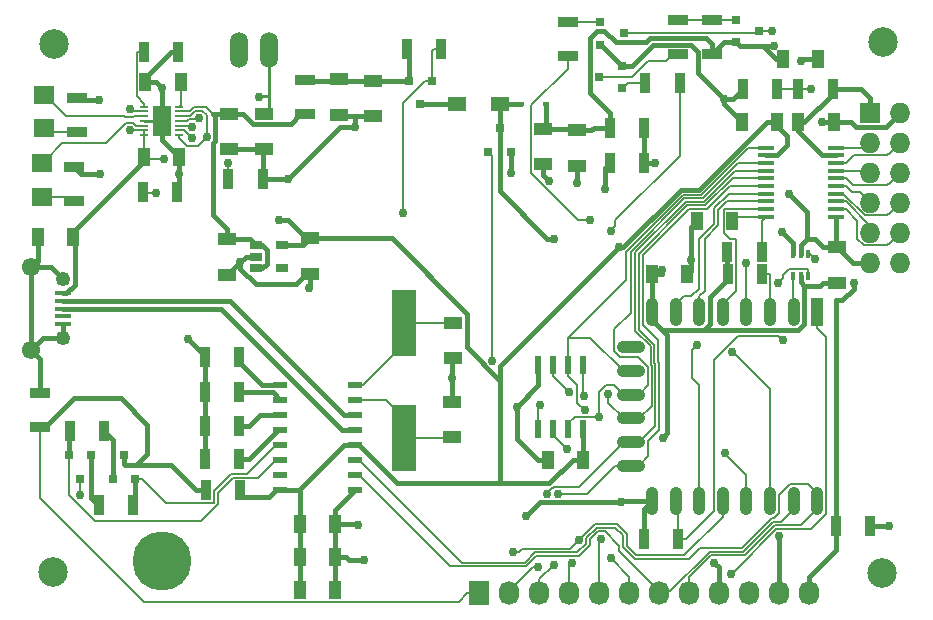
<source format=gtl>
G04 #@! TF.FileFunction,Copper,L1,Top,Signal*
%FSLAX46Y46*%
G04 Gerber Fmt 4.6, Leading zero omitted, Abs format (unit mm)*
G04 Created by KiCad (PCBNEW 4.0.4+e1-6308~48~ubuntu16.04.1-stable) date Fri Oct  7 16:46:28 2016*
%MOMM*%
%LPD*%
G01*
G04 APERTURE LIST*
%ADD10C,0.150000*%
%ADD11R,1.727200X2.032000*%
%ADD12O,1.727200X2.032000*%
%ADD13R,0.900000X1.700000*%
%ADD14C,2.500000*%
%ADD15R,1.143000X0.508000*%
%ADD16R,1.600000X1.000000*%
%ADD17O,1.506220X3.014980*%
%ADD18R,1.350000X0.400000*%
%ADD19C,1.250000*%
%ADD20C,1.550000*%
%ADD21R,0.600000X1.550000*%
%ADD22O,2.400000X1.100000*%
%ADD23R,1.100000X2.400000*%
%ADD24O,1.100000X2.400000*%
%ADD25R,0.590000X0.450000*%
%ADD26R,1.000000X1.600000*%
%ADD27R,1.600200X1.198880*%
%ADD28R,1.727200X1.727200*%
%ADD29O,1.727200X1.727200*%
%ADD30R,1.700000X0.900000*%
%ADD31R,2.100580X5.600700*%
%ADD32R,1.800860X1.597660*%
%ADD33R,0.800100X0.800100*%
%ADD34R,1.060000X0.650000*%
%ADD35R,0.700000X0.200000*%
%ADD36R,1.650000X2.500000*%
%ADD37R,0.398780X0.749300*%
%ADD38C,5.000000*%
%ADD39R,1.450000X0.450000*%
%ADD40C,0.762000*%
%ADD41C,0.152400*%
%ADD42C,0.381000*%
%ADD43C,0.254000*%
G04 APERTURE END LIST*
D10*
D11*
X89800000Y-85800000D03*
D12*
X92340000Y-85800000D03*
X94880000Y-85800000D03*
X97420000Y-85800000D03*
X99960000Y-85800000D03*
X102500000Y-85800000D03*
X105040000Y-85800000D03*
X107580000Y-85800000D03*
X110120000Y-85800000D03*
X112660000Y-85800000D03*
X115200000Y-85800000D03*
X117740000Y-85800000D03*
D13*
X103750000Y-81200000D03*
X106650000Y-81200000D03*
D14*
X124000000Y-39100000D03*
X123900000Y-84100000D03*
X53700000Y-84000000D03*
X53800000Y-39300000D03*
D15*
X72925000Y-77045000D03*
X72925000Y-74505000D03*
X72925000Y-73235000D03*
X72925000Y-71965000D03*
X72925000Y-70695000D03*
X72925000Y-69425000D03*
X72925000Y-68155000D03*
X79275000Y-68155000D03*
X79275000Y-69425000D03*
X79275000Y-70695000D03*
X79275000Y-71965000D03*
X79275000Y-73235000D03*
X79275000Y-74505000D03*
X79275000Y-75775000D03*
X79275000Y-77045000D03*
X72925000Y-75775000D03*
D13*
X66550000Y-68800000D03*
X69450000Y-68800000D03*
D16*
X68450000Y-55850000D03*
X68450000Y-58850000D03*
D17*
X71970000Y-39800000D03*
X69430000Y-39800000D03*
D18*
X54562540Y-60399100D03*
X54562540Y-61049100D03*
X54562540Y-61699100D03*
X54562540Y-62349100D03*
X54562540Y-62999100D03*
D19*
X54562540Y-59199100D03*
X54562540Y-64199100D03*
D20*
X51862540Y-58199100D03*
X51862540Y-65199100D03*
D21*
X98605000Y-66500000D03*
X97335000Y-66500000D03*
X96065000Y-66500000D03*
X94795000Y-66500000D03*
X94795000Y-71900000D03*
X96065000Y-71900000D03*
X97335000Y-71900000D03*
X98605000Y-71900000D03*
D22*
X102650000Y-64990000D03*
X102650000Y-66990000D03*
X102650000Y-68990000D03*
X102650000Y-70990000D03*
X102650000Y-72990000D03*
X102650000Y-74990000D03*
D23*
X118400000Y-62000000D03*
D24*
X116400000Y-62000000D03*
X114400000Y-62000000D03*
X112400000Y-62000000D03*
X110400000Y-62000000D03*
X108400000Y-62000000D03*
X106400000Y-62000000D03*
X104400000Y-62000000D03*
X104400000Y-78000000D03*
X106400000Y-78000000D03*
X108400000Y-78000000D03*
X110400000Y-78000000D03*
X112400000Y-78000000D03*
X114400000Y-78000000D03*
X116400000Y-78000000D03*
X118400000Y-78000000D03*
D25*
X95455000Y-44400000D03*
X93345000Y-44400000D03*
D16*
X75450000Y-55750000D03*
X75450000Y-58750000D03*
D26*
X74600000Y-79900000D03*
X77600000Y-79900000D03*
X104400000Y-58800000D03*
X107400000Y-58800000D03*
X95600000Y-74500000D03*
X98600000Y-74500000D03*
X112000000Y-45900000D03*
X115000000Y-45900000D03*
X55400000Y-55600000D03*
X52400000Y-55600000D03*
D16*
X80800000Y-42400000D03*
X80800000Y-45400000D03*
D26*
X74600000Y-82700000D03*
X77600000Y-82700000D03*
X74600000Y-85500000D03*
X77600000Y-85500000D03*
D16*
X98100000Y-46600000D03*
X98100000Y-49600000D03*
X120100000Y-59500000D03*
X120100000Y-56500000D03*
X77900000Y-42300000D03*
X77900000Y-45300000D03*
X87500000Y-72600000D03*
X87500000Y-69600000D03*
X87600000Y-62900000D03*
X87600000Y-65900000D03*
X95200000Y-46500000D03*
X95200000Y-49500000D03*
D27*
X87899140Y-44400000D03*
X91500860Y-44400000D03*
D28*
X122900000Y-45100000D03*
D29*
X125440000Y-45100000D03*
X122900000Y-47640000D03*
X125440000Y-47640000D03*
X122900000Y-50180000D03*
X125440000Y-50180000D03*
X122900000Y-52720000D03*
X125440000Y-52720000D03*
X122900000Y-55260000D03*
X125440000Y-55260000D03*
X122900000Y-57800000D03*
X125440000Y-57800000D03*
D13*
X69550000Y-77100000D03*
X66650000Y-77100000D03*
X110850000Y-58800000D03*
X113750000Y-58800000D03*
D30*
X75000000Y-45250000D03*
X75000000Y-42350000D03*
D13*
X86550000Y-39700000D03*
X83650000Y-39700000D03*
X66550000Y-74400000D03*
X69450000Y-74400000D03*
X100850000Y-46400000D03*
X103750000Y-46400000D03*
X103750000Y-49400000D03*
X100850000Y-49400000D03*
X66550000Y-71600000D03*
X69450000Y-71600000D03*
X103850000Y-42600000D03*
X106750000Y-42600000D03*
D30*
X106600000Y-37250000D03*
X106600000Y-40150000D03*
X97300000Y-37450000D03*
X97300000Y-40350000D03*
X109500000Y-40150000D03*
X109500000Y-37250000D03*
D13*
X112100000Y-43100000D03*
X115000000Y-43100000D03*
X116800000Y-43100000D03*
X119700000Y-43100000D03*
X66550000Y-65800000D03*
X69450000Y-65800000D03*
X58050000Y-72100000D03*
X55150000Y-72100000D03*
X57550000Y-78300000D03*
X60450000Y-78300000D03*
D31*
X83400000Y-72648860D03*
X83400000Y-62951140D03*
D26*
X116800000Y-45900000D03*
X119800000Y-45900000D03*
X61400000Y-48900000D03*
X64400000Y-48900000D03*
X64500000Y-42500000D03*
X61500000Y-42500000D03*
D16*
X68600000Y-45200000D03*
X68600000Y-48200000D03*
X71600000Y-45200000D03*
X71600000Y-48200000D03*
D32*
X52900000Y-46419860D03*
X52900000Y-43580140D03*
X52800000Y-52219860D03*
X52800000Y-49380140D03*
D33*
X101900760Y-43050000D03*
X101900760Y-41150000D03*
X99901780Y-42100000D03*
X111499240Y-37250000D03*
X111499240Y-39150000D03*
X113498220Y-38200000D03*
X99999240Y-37450000D03*
X99999240Y-39350000D03*
X101998220Y-38400000D03*
X85750000Y-42399240D03*
X83850000Y-42399240D03*
X84800000Y-44398220D03*
X90550000Y-48400760D03*
X92450000Y-48400760D03*
X91500000Y-46401780D03*
X58750000Y-76100760D03*
X60650000Y-76100760D03*
X59700000Y-74101780D03*
X56950000Y-74099240D03*
X55050000Y-74099240D03*
X56000000Y-76098220D03*
D13*
X61400000Y-40000000D03*
X64300000Y-40000000D03*
X61300000Y-51800000D03*
X64200000Y-51800000D03*
X68550000Y-50700000D03*
X71450000Y-50700000D03*
D30*
X55700000Y-43850000D03*
X55700000Y-46750000D03*
X55500000Y-49700000D03*
X55500000Y-52600000D03*
D13*
X119950000Y-80100000D03*
X122850000Y-80100000D03*
D34*
X70900000Y-56350000D03*
X70900000Y-57300000D03*
X70900000Y-58250000D03*
X73100000Y-58250000D03*
X73100000Y-56350000D03*
D35*
X61400000Y-44600000D03*
X61400000Y-45000000D03*
X61400000Y-45400000D03*
X61400000Y-45800000D03*
X61400000Y-46200000D03*
X61400000Y-46600000D03*
X61400000Y-47000000D03*
X64400000Y-47000000D03*
X64400000Y-46600000D03*
X64400000Y-46200000D03*
X64400000Y-45800000D03*
X64400000Y-45400000D03*
X64400000Y-45000000D03*
X64400000Y-44600000D03*
D36*
X62900000Y-45800000D03*
D37*
X117650240Y-57050040D03*
X117000000Y-57050040D03*
X116349760Y-57050040D03*
X116349760Y-58949960D03*
X117000000Y-58949960D03*
X117650240Y-58949960D03*
D30*
X52600000Y-68850000D03*
X52600000Y-71750000D03*
D38*
X62900000Y-83100000D03*
D26*
X111200000Y-54300000D03*
X108200000Y-54300000D03*
D13*
X110800000Y-56900000D03*
X113700000Y-56900000D03*
D39*
X114050000Y-48075000D03*
X114050000Y-48725000D03*
X114050000Y-49375000D03*
X114050000Y-50025000D03*
X114050000Y-50675000D03*
X114050000Y-51325000D03*
X114050000Y-51975000D03*
X114050000Y-52625000D03*
X114050000Y-53275000D03*
X114050000Y-53925000D03*
X119950000Y-53925000D03*
X119950000Y-53275000D03*
X119950000Y-52625000D03*
X119950000Y-51975000D03*
X119950000Y-51325000D03*
X119950000Y-50675000D03*
X119950000Y-50025000D03*
X119950000Y-49375000D03*
X119950000Y-48725000D03*
X119950000Y-48075000D03*
D26*
X115500000Y-40600000D03*
X118500000Y-40600000D03*
D40*
X105321853Y-72617722D03*
X105291211Y-58396818D03*
X72800000Y-54200006D03*
X101599976Y-56500000D03*
X109700000Y-83200000D03*
X57600000Y-44000000D03*
X57700000Y-50300000D03*
X116000000Y-52000000D03*
X93700000Y-79300000D03*
X93000000Y-70000000D03*
X93000000Y-70000000D03*
X124500000Y-80100000D03*
X100459558Y-51534766D03*
X98100000Y-51100000D03*
X95693675Y-50874675D03*
X92450000Y-50250000D03*
X79300000Y-46300000D03*
X118800000Y-45900000D03*
X117000000Y-40700000D03*
X107723450Y-57627188D03*
X101800004Y-78100000D03*
X62900000Y-43019000D03*
X64400000Y-50322480D03*
X110475898Y-43956898D03*
X80000000Y-83000000D03*
X79500000Y-80000000D03*
X87500000Y-67546756D03*
X65100000Y-64300000D03*
X75400000Y-60000000D03*
X69529063Y-57770937D03*
X73600000Y-50700000D03*
X114700000Y-39500000D03*
X121500000Y-59500000D03*
X100900000Y-55100000D03*
X108200000Y-64800000D03*
X98686009Y-69120077D03*
X98235658Y-81300000D03*
X92600000Y-82300000D03*
X56000000Y-77500000D03*
X111220960Y-65341160D03*
X99200000Y-54226485D03*
X115400000Y-55200000D03*
X104626414Y-49372935D03*
X117900000Y-43100000D03*
X118200000Y-57500000D03*
X115200000Y-80977740D03*
X96100000Y-55800000D03*
X98700000Y-70286773D03*
X100900000Y-82800000D03*
X97390390Y-68784814D03*
X100700000Y-68900000D03*
X97595109Y-83252649D03*
X100131058Y-81168938D03*
X99900000Y-70900000D03*
X95490380Y-77376090D03*
X94900000Y-69900000D03*
X94783210Y-83619238D03*
X111099996Y-84200000D03*
X83300000Y-53600000D03*
X112400000Y-57800000D03*
X110561551Y-73954750D03*
X90900000Y-66100000D03*
X114600000Y-38200000D03*
X66719221Y-47179836D03*
X71100000Y-43800000D03*
X60199992Y-44800000D03*
X60200000Y-46600000D03*
X63100000Y-49000000D03*
X65500000Y-47300000D03*
X65495076Y-46285602D03*
X62400000Y-51900000D03*
X66036383Y-45548625D03*
X68500000Y-49400000D03*
X96425845Y-77376090D03*
X97253991Y-73600000D03*
X96100000Y-83400000D03*
X115100000Y-59500000D03*
X115500000Y-64400000D03*
D41*
X66682956Y-44634214D02*
X67248742Y-45200000D01*
X65251732Y-45000000D02*
X65617518Y-44634214D01*
D42*
X67248742Y-53767742D02*
X68450000Y-54969000D01*
X67443122Y-47527309D02*
X67248742Y-47721689D01*
X67443122Y-45394380D02*
X67443122Y-47527309D01*
D41*
X64400000Y-45000000D02*
X65251732Y-45000000D01*
D42*
X67248742Y-47721689D02*
X67248742Y-53767742D01*
X67248742Y-45200000D02*
X67443122Y-45394380D01*
D41*
X65617518Y-44634214D02*
X66682956Y-44634214D01*
D42*
X68450000Y-54969000D02*
X68450000Y-55850000D01*
D43*
X67238742Y-45190000D02*
X67248742Y-45200000D01*
D42*
X70900000Y-56350000D02*
X71422222Y-56350000D01*
X71422222Y-56350000D02*
X71772901Y-56700679D01*
X71772901Y-56700679D02*
X71772901Y-57899321D01*
X71772901Y-57899321D02*
X71422222Y-58250000D01*
X71422222Y-58250000D02*
X70900000Y-58250000D01*
X68450000Y-55850000D02*
X70400000Y-55850000D01*
X70400000Y-55850000D02*
X70900000Y-56350000D01*
X67248742Y-45200000D02*
X68600000Y-45200000D01*
X75000000Y-45250000D02*
X74600000Y-45250000D01*
X74600000Y-45250000D02*
X73807099Y-46042901D01*
X73807099Y-46042901D02*
X70623901Y-46042901D01*
X70623901Y-46042901D02*
X69781000Y-45200000D01*
X69781000Y-45200000D02*
X68600000Y-45200000D01*
D41*
X102942895Y-82909619D02*
X101946389Y-81913113D01*
X114697409Y-79453711D02*
X114528620Y-79453712D01*
X101946389Y-81913113D02*
X101946389Y-80901714D01*
X115178610Y-78972510D02*
X114697409Y-79453711D01*
X108442833Y-81980781D02*
X107513995Y-82909619D01*
X79592500Y-74505000D02*
X79275000Y-74505000D01*
X112001551Y-81980781D02*
X108442833Y-81980781D01*
X99712198Y-80254525D02*
X98845259Y-81121464D01*
X101946389Y-80901714D02*
X101299200Y-80254525D01*
X116077490Y-76571390D02*
X115178610Y-77470270D01*
X118400000Y-78000000D02*
X118400000Y-77350000D01*
X93631065Y-83200000D02*
X88287500Y-83200000D01*
X107513995Y-82909619D02*
X102942895Y-82909619D01*
X101299200Y-80254525D02*
X99712198Y-80254525D01*
X88287500Y-83200000D02*
X79592500Y-74505000D01*
X98099647Y-82338221D02*
X94492844Y-82338221D01*
X117621390Y-76571390D02*
X116077490Y-76571390D01*
X94492844Y-82338221D02*
X93631065Y-83200000D01*
X114528620Y-79453712D02*
X112001551Y-81980781D01*
X118400000Y-77350000D02*
X117621390Y-76571390D01*
X98845259Y-81592609D02*
X98099647Y-82338221D01*
X98845259Y-81121464D02*
X98845259Y-81592609D01*
X115178610Y-77470270D02*
X115178610Y-78972510D01*
X109407391Y-82590399D02*
X107580000Y-84417790D01*
X112254065Y-82590399D02*
X109407391Y-82590399D01*
X116986670Y-80063330D02*
X114781134Y-80063330D01*
X118400000Y-78650000D02*
X116986670Y-80063330D01*
X118400000Y-78000000D02*
X118400000Y-78650000D01*
X114781134Y-80063330D02*
X112254065Y-82590399D01*
X107580000Y-84631600D02*
X107580000Y-85800000D01*
X107580000Y-84417790D02*
X107580000Y-84631600D01*
X99150070Y-81247720D02*
X99150070Y-81718865D01*
X101641578Y-81777246D02*
X100423668Y-80559336D01*
X93757322Y-83504811D02*
X87322310Y-83504810D01*
X105040000Y-85647600D02*
X101641578Y-82249178D01*
X98225903Y-82643032D02*
X94619100Y-82643032D01*
X94619100Y-82643032D02*
X93757322Y-83504811D01*
X79592500Y-75775000D02*
X79275000Y-75775000D01*
X87322310Y-83504810D02*
X79592500Y-75775000D01*
X101641578Y-82249178D02*
X101641578Y-81777246D01*
X100423668Y-80559336D02*
X99838454Y-80559336D01*
X99150070Y-81718865D02*
X98225903Y-82643032D01*
X99838454Y-80559336D02*
X99150070Y-81247720D01*
X105919124Y-85647600D02*
X105040000Y-85647600D01*
X114654877Y-79758521D02*
X112127808Y-82285590D01*
X116400000Y-78650000D02*
X115291479Y-79758521D01*
X115291479Y-79758521D02*
X114654877Y-79758521D01*
X109281134Y-82285590D02*
X105919124Y-85647600D01*
X112127808Y-82285590D02*
X109281134Y-82285590D01*
X116400000Y-78000000D02*
X116400000Y-78650000D01*
X105040000Y-85647600D02*
X105040000Y-85800000D01*
D42*
X98600000Y-74500000D02*
X97719000Y-74500000D01*
X95719000Y-76500000D02*
X91361189Y-76500000D01*
X97719000Y-74500000D02*
X95719000Y-76500000D01*
X117292910Y-59783892D02*
X117292910Y-63019855D01*
X109635622Y-63542910D02*
X109573601Y-63480889D01*
X117292910Y-63019855D02*
X116769855Y-63542910D01*
X116769855Y-63542910D02*
X109635622Y-63542910D01*
X108831876Y-63480889D02*
X108769855Y-63542910D01*
X109573601Y-63480889D02*
X108831876Y-63480889D01*
X101971540Y-56500000D02*
X101599976Y-56500000D01*
X114119000Y-45900000D02*
X108385955Y-51633045D01*
X115000000Y-45900000D02*
X114119000Y-45900000D01*
X108385955Y-51633045D02*
X106838494Y-51633045D01*
X106838494Y-51633045D02*
X101971540Y-56500000D01*
X114050000Y-48725000D02*
X114967222Y-48725000D01*
X114967222Y-48725000D02*
X115881000Y-47811222D01*
X115881000Y-47811222D02*
X115881000Y-47081000D01*
X115881000Y-47081000D02*
X115000000Y-46200000D01*
X115000000Y-46200000D02*
X115000000Y-45900000D01*
X110800000Y-56900000D02*
X110800000Y-58750000D01*
X110800000Y-58750000D02*
X110850000Y-58800000D01*
X110750000Y-58700000D02*
X110850000Y-58800000D01*
X105702852Y-63952852D02*
X105702852Y-72236723D01*
X105702852Y-72236723D02*
X105321853Y-72617722D01*
X105200000Y-63450000D02*
X105702852Y-63952852D01*
X105291211Y-58789789D02*
X105291211Y-58396818D01*
X104400000Y-58800000D02*
X105281000Y-58800000D01*
X105281000Y-58800000D02*
X105291211Y-58789789D01*
X73338815Y-54200006D02*
X72800000Y-54200006D01*
X73600006Y-54200006D02*
X73338815Y-54200006D01*
X75150000Y-55750000D02*
X73600006Y-54200006D01*
X75450000Y-55750000D02*
X75150000Y-55750000D01*
X91557049Y-67802498D02*
X91557049Y-66542927D01*
X101218977Y-56880999D02*
X101599976Y-56500000D01*
X91557049Y-66542927D02*
X101218977Y-56880999D01*
X91557049Y-76304140D02*
X91557049Y-67802498D01*
X88742901Y-62125679D02*
X82367222Y-55750000D01*
X91557049Y-67802498D02*
X88742901Y-64988350D01*
X76631000Y-55750000D02*
X75450000Y-55750000D01*
X88742901Y-64988350D02*
X88742901Y-62125679D01*
X82367222Y-55750000D02*
X76631000Y-55750000D01*
X82857500Y-76500000D02*
X91361189Y-76500000D01*
X91361189Y-76500000D02*
X91557049Y-76304140D01*
X79592500Y-73235000D02*
X82857500Y-76500000D01*
X110120000Y-83620000D02*
X109700000Y-83200000D01*
X110120000Y-85800000D02*
X110120000Y-83620000D01*
X71972500Y-77680000D02*
X72607500Y-77045000D01*
X72607500Y-77045000D02*
X72925000Y-77045000D01*
X69730000Y-77680000D02*
X71972500Y-77680000D01*
X69550000Y-77500000D02*
X69730000Y-77680000D01*
X69550000Y-77100000D02*
X69550000Y-77500000D01*
X74600000Y-85500000D02*
X74600000Y-82700000D01*
X74512500Y-77045000D02*
X74600000Y-77132500D01*
X74600000Y-77132500D02*
X74600000Y-82700000D01*
X74600000Y-77132500D02*
X74600000Y-79900000D01*
X79275000Y-73235000D02*
X78322500Y-73235000D01*
X78322500Y-73235000D02*
X74512500Y-77045000D01*
X74512500Y-77045000D02*
X73877500Y-77045000D01*
X73877500Y-77045000D02*
X72925000Y-77045000D01*
X79592500Y-73235000D02*
X79275000Y-73235000D01*
X57600000Y-44000000D02*
X55850000Y-44000000D01*
X55850000Y-44000000D02*
X55700000Y-43850000D01*
X57700000Y-50300000D02*
X56100000Y-50300000D01*
X56100000Y-50300000D02*
X55500000Y-49700000D01*
X73100000Y-56350000D02*
X74850000Y-56350000D01*
X74850000Y-56350000D02*
X75450000Y-55750000D01*
X117292910Y-59783892D02*
X118635108Y-59783892D01*
X118635108Y-59783892D02*
X118919000Y-59500000D01*
X118919000Y-59500000D02*
X120100000Y-59500000D01*
X117000000Y-58949960D02*
X117000000Y-59490982D01*
X117000000Y-59490982D02*
X117292910Y-59783892D01*
X105200000Y-63450000D02*
X105292910Y-63542910D01*
X105292910Y-63542910D02*
X108769855Y-63542910D01*
X108769855Y-63542910D02*
X109292910Y-63019855D01*
X109292910Y-60757090D02*
X110850000Y-59200000D01*
X109292910Y-63019855D02*
X109292910Y-60757090D01*
X110850000Y-59200000D02*
X110850000Y-58800000D01*
X98600000Y-74500000D02*
X98600000Y-71905000D01*
X98600000Y-71905000D02*
X98605000Y-71900000D01*
X104400000Y-62650000D02*
X105200000Y-63450000D01*
X104400000Y-62000000D02*
X104400000Y-62650000D01*
X104400000Y-62000000D02*
X104400000Y-58800000D01*
X117502123Y-55792267D02*
X117502123Y-53502123D01*
X117502123Y-53502123D02*
X116000000Y-52000000D01*
X94900000Y-78100000D02*
X93700000Y-79300000D01*
X101800004Y-78100000D02*
X94900000Y-78100000D01*
X93000000Y-70000000D02*
X93000000Y-72781000D01*
X93000000Y-72781000D02*
X94719000Y-74500000D01*
X94719000Y-74500000D02*
X95600000Y-74500000D01*
X94795000Y-66500000D02*
X94795000Y-68205000D01*
X94795000Y-68205000D02*
X93000000Y-70000000D01*
X122850000Y-80100000D02*
X124500000Y-80100000D01*
X108200000Y-54300000D02*
X107723450Y-54776550D01*
X107723450Y-54776550D02*
X107723450Y-57627188D01*
X79300000Y-46300000D02*
X78000000Y-46300000D01*
X78000000Y-46300000D02*
X73600000Y-50700000D01*
X79300000Y-45400000D02*
X78000000Y-45400000D01*
X80800000Y-45400000D02*
X79300000Y-45400000D01*
X79300000Y-45400000D02*
X79300000Y-46300000D01*
X78000000Y-45400000D02*
X77900000Y-45300000D01*
X110475898Y-43956898D02*
X110475898Y-44375898D01*
X110475898Y-44375898D02*
X112000000Y-45900000D01*
X110475898Y-43956898D02*
X111243102Y-43956898D01*
X111243102Y-43956898D02*
X112100000Y-43100000D01*
X119800000Y-45900000D02*
X118800000Y-45900000D01*
X121674499Y-46306501D02*
X121267998Y-45900000D01*
X121267998Y-45900000D02*
X119800000Y-45900000D01*
X119950000Y-53925000D02*
X119950000Y-56350000D01*
X119950000Y-56350000D02*
X120100000Y-56500000D01*
X118500000Y-40600000D02*
X117100000Y-40600000D01*
X117100000Y-40600000D02*
X117000000Y-40700000D01*
X107723450Y-58476550D02*
X107723450Y-58166003D01*
X107723450Y-58166003D02*
X107723450Y-57627188D01*
X107400000Y-58800000D02*
X107723450Y-58476550D01*
X117502123Y-55792267D02*
X118082733Y-55792267D01*
X118211267Y-55792267D02*
X117502123Y-55792267D01*
X117502123Y-55792267D02*
X117000000Y-56294390D01*
X117000000Y-56294390D02*
X117000000Y-57050040D01*
X117000000Y-57050040D02*
X117023901Y-57026139D01*
X104400000Y-78000000D02*
X101900004Y-78000000D01*
X101900004Y-78000000D02*
X101800004Y-78100000D01*
X64400000Y-50322480D02*
X64400000Y-51600000D01*
X64400000Y-48900000D02*
X64400000Y-50322480D01*
X108307099Y-41788099D02*
X110475898Y-43956898D01*
X108307099Y-39939877D02*
X108307099Y-41788099D01*
X101900760Y-41150000D02*
X102681810Y-41150000D01*
X102681810Y-41150000D02*
X104474711Y-39357099D01*
X104474711Y-39357099D02*
X107724321Y-39357099D01*
X107724321Y-39357099D02*
X108307099Y-39939877D01*
X71450000Y-50700000D02*
X71450000Y-48350000D01*
X71450000Y-48350000D02*
X71600000Y-48200000D01*
X78781000Y-83000000D02*
X80000000Y-83000000D01*
X77600000Y-82700000D02*
X78481000Y-82700000D01*
X78481000Y-82700000D02*
X78781000Y-83000000D01*
X77600000Y-79900000D02*
X79400000Y-79900000D01*
X79400000Y-79900000D02*
X79500000Y-80000000D01*
X87500000Y-67546756D02*
X87500000Y-66000000D01*
X87500000Y-69600000D02*
X87500000Y-67546756D01*
X87500000Y-66000000D02*
X87600000Y-65900000D01*
X66550000Y-71600000D02*
X66550000Y-65750000D01*
X66550000Y-65750000D02*
X65100000Y-64300000D01*
X66550000Y-71600000D02*
X66550000Y-65800000D01*
X66550000Y-71600000D02*
X66550000Y-68800000D01*
X66550000Y-74400000D02*
X66550000Y-71600000D01*
X77600000Y-79900000D02*
X77600000Y-78720000D01*
X77600000Y-78720000D02*
X79275000Y-77045000D01*
X77600000Y-82700000D02*
X77600000Y-79900000D01*
X77600000Y-85500000D02*
X77600000Y-82700000D01*
X52600000Y-68850000D02*
X52600000Y-65936560D01*
X52600000Y-65936560D02*
X51862540Y-65199100D01*
X54562540Y-64199100D02*
X52862540Y-64199100D01*
X52862540Y-64199100D02*
X51862540Y-65199100D01*
X54562540Y-64199100D02*
X54562540Y-62999100D01*
X51862540Y-58199100D02*
X51862540Y-65199100D01*
X51862540Y-58199100D02*
X53562540Y-58199100D01*
X53562540Y-58199100D02*
X54562540Y-59199100D01*
X52400000Y-55600000D02*
X52400000Y-57661640D01*
X52400000Y-57661640D02*
X51862540Y-58199100D01*
D43*
X61400000Y-45800000D02*
X62900000Y-45800000D01*
D42*
X61500000Y-42500000D02*
X61500000Y-42200000D01*
X63700000Y-40000000D02*
X64300000Y-40000000D01*
X61500000Y-42200000D02*
X63700000Y-40000000D01*
X64400000Y-51600000D02*
X64200000Y-51800000D01*
X62900000Y-45800000D02*
X62900000Y-43019000D01*
X62900000Y-43019000D02*
X62381000Y-42500000D01*
X62381000Y-42500000D02*
X61500000Y-42500000D01*
X62900000Y-45800000D02*
X62900000Y-47400000D01*
X62900000Y-47400000D02*
X64400000Y-48900000D01*
X75450000Y-58750000D02*
X75450000Y-59950000D01*
X75450000Y-59950000D02*
X75400000Y-60000000D01*
X69529063Y-57770937D02*
X69529063Y-58309752D01*
X69529063Y-58309752D02*
X70850311Y-59631000D01*
X70850311Y-59631000D02*
X74269000Y-59631000D01*
X74269000Y-59631000D02*
X75150000Y-58750000D01*
X75150000Y-58750000D02*
X75450000Y-58750000D01*
X69529063Y-57770937D02*
X70000000Y-57300000D01*
X68450000Y-58850000D02*
X69529063Y-57770937D01*
X70000000Y-57300000D02*
X70900000Y-57300000D01*
X71450000Y-50700000D02*
X73600000Y-50700000D01*
X71450000Y-50300000D02*
X71450000Y-50700000D01*
X71600000Y-48200000D02*
X68600000Y-48200000D01*
X71700000Y-48100000D02*
X71600000Y-48200000D01*
X99999240Y-39350000D02*
X100100760Y-39350000D01*
X100100760Y-39350000D02*
X101900760Y-41150000D01*
X103750000Y-81200000D02*
X103750000Y-78650000D01*
X103750000Y-78650000D02*
X104400000Y-78000000D01*
X120100000Y-56500000D02*
X121400000Y-57800000D01*
X121400000Y-57800000D02*
X122900000Y-57800000D01*
X125440000Y-45100000D02*
X124233499Y-46306501D01*
X124233499Y-46306501D02*
X121674499Y-46306501D01*
X118211267Y-55792267D02*
X118919000Y-56500000D01*
X118919000Y-56500000D02*
X120100000Y-56500000D01*
X95693675Y-50874675D02*
X95725325Y-50874675D01*
X95200000Y-50381000D02*
X95693675Y-50874675D01*
X95200000Y-49500000D02*
X95200000Y-50381000D01*
X80800000Y-45501520D02*
X80800000Y-45400000D01*
X77900000Y-45300000D02*
X78200000Y-45300000D01*
X100459558Y-50995951D02*
X100459558Y-51534766D01*
X100459558Y-49790442D02*
X100459558Y-50995951D01*
X100850000Y-49400000D02*
X100459558Y-49790442D01*
X92450000Y-48400760D02*
X92450000Y-50250000D01*
X92450000Y-50250000D02*
X92400000Y-50300000D01*
X98100000Y-49600000D02*
X98100000Y-51100000D01*
X119700000Y-43100000D02*
X119700000Y-43500000D01*
X119700000Y-43500000D02*
X117300000Y-45900000D01*
X117300000Y-45900000D02*
X116800000Y-45900000D01*
X122900000Y-45100000D02*
X122900000Y-43855400D01*
X122900000Y-43855400D02*
X122144600Y-43100000D01*
X122144600Y-43100000D02*
X120531000Y-43100000D01*
X120531000Y-43100000D02*
X119700000Y-43100000D01*
X119950000Y-48725000D02*
X118844000Y-48725000D01*
X116800000Y-46681000D02*
X116800000Y-45900000D01*
X118844000Y-48725000D02*
X116800000Y-46681000D01*
X122600000Y-44800000D02*
X122900000Y-45100000D01*
X78322500Y-70695000D02*
X79275000Y-70695000D01*
X68676600Y-61049100D02*
X78322500Y-70695000D01*
X54562540Y-61049100D02*
X68676600Y-61049100D01*
X54562540Y-61699100D02*
X67911822Y-61699100D01*
X67911822Y-61699100D02*
X78177722Y-71965000D01*
X78177722Y-71965000D02*
X78322500Y-71965000D01*
X78322500Y-71965000D02*
X79275000Y-71965000D01*
D41*
X116349760Y-58949960D02*
X116349760Y-61949760D01*
X116349760Y-61949760D02*
X116400000Y-62000000D01*
X113750000Y-58800000D02*
X114352400Y-58800000D01*
X114352400Y-58800000D02*
X114400000Y-58847600D01*
X114400000Y-58847600D02*
X114400000Y-60647600D01*
X114400000Y-60647600D02*
X114400000Y-62000000D01*
X108873800Y-60173800D02*
X108400000Y-60647600D01*
X108873800Y-55768749D02*
X108873800Y-60173800D01*
X110004811Y-54637738D02*
X108873800Y-55768749D01*
X110004811Y-53352640D02*
X110004811Y-54637738D01*
X110732451Y-52625000D02*
X110004811Y-53352640D01*
X108400000Y-60647600D02*
X108400000Y-62000000D01*
X114050000Y-52625000D02*
X110732451Y-52625000D01*
X106400000Y-62000000D02*
X106400000Y-61350000D01*
X110951384Y-51975000D02*
X114050000Y-51975000D01*
X106400000Y-61350000D02*
X107102400Y-60647600D01*
X107102400Y-60647600D02*
X107752400Y-60647600D01*
X107752400Y-60647600D02*
X108394942Y-60005058D01*
X108394942Y-60005058D02*
X108394942Y-55816540D01*
X108394942Y-55816540D02*
X109700000Y-54511482D01*
X109700000Y-54511482D02*
X109700000Y-53226384D01*
X109700000Y-53226384D02*
X110951384Y-51975000D01*
X119950000Y-48075000D02*
X122465000Y-48075000D01*
X122465000Y-48075000D02*
X122900000Y-47640000D01*
X119950000Y-49375000D02*
X120827400Y-49375000D01*
X120827400Y-49375000D02*
X121470199Y-48732201D01*
X121470199Y-48732201D02*
X124347799Y-48732201D01*
X124347799Y-48732201D02*
X124576401Y-48503599D01*
X124576401Y-48503599D02*
X125440000Y-47640000D01*
X119950000Y-50025000D02*
X122745000Y-50025000D01*
X122745000Y-50025000D02*
X122900000Y-50180000D01*
X119950000Y-50675000D02*
X120827400Y-50675000D01*
X120827400Y-50675000D02*
X121424601Y-51272201D01*
X121424601Y-51272201D02*
X124347799Y-51272201D01*
X124347799Y-51272201D02*
X124576401Y-51043599D01*
X124576401Y-51043599D02*
X125440000Y-50180000D01*
X119950000Y-51325000D02*
X120827400Y-51325000D01*
X120827400Y-51325000D02*
X121358801Y-51856401D01*
X121358801Y-51856401D02*
X122036401Y-51856401D01*
X122036401Y-51856401D02*
X122900000Y-52720000D01*
X122705000Y-52525000D02*
X122900000Y-52720000D01*
X122330000Y-52150000D02*
X122900000Y-52720000D01*
X124347799Y-53812201D02*
X124576401Y-53583599D01*
X120608466Y-51975000D02*
X122445667Y-53812201D01*
X119950000Y-51975000D02*
X120608466Y-51975000D01*
X124576401Y-53583599D02*
X125440000Y-52720000D01*
X122445667Y-53812201D02*
X124347799Y-53812201D01*
X122900000Y-54697600D02*
X122900000Y-55260000D01*
X120827400Y-52625000D02*
X122900000Y-54697600D01*
X119950000Y-52625000D02*
X120827400Y-52625000D01*
D42*
X119950000Y-80100000D02*
X119950000Y-61050000D01*
X119950000Y-61050000D02*
X120000000Y-61000000D01*
X120000000Y-82143000D02*
X119950000Y-82093000D01*
X119950000Y-82093000D02*
X119950000Y-80100000D01*
X113800000Y-39500000D02*
X114700000Y-39500000D01*
X115500000Y-40600000D02*
X114900000Y-40600000D01*
X114900000Y-40600000D02*
X113800000Y-39500000D01*
X109500000Y-39319000D02*
X109500000Y-40150000D01*
X104253766Y-38823689D02*
X109004689Y-38823689D01*
X101347534Y-39166636D02*
X103910819Y-39166636D01*
X99158829Y-38773089D02*
X99731918Y-38200000D01*
X99731918Y-38200000D02*
X100380898Y-38200000D01*
X103910819Y-39166636D02*
X104253766Y-38823689D01*
X100850000Y-46400000D02*
X100850000Y-45169000D01*
X109004689Y-38823689D02*
X109500000Y-39319000D01*
X100850000Y-45169000D02*
X99158829Y-43477829D01*
X99158829Y-43477829D02*
X99158829Y-38773089D01*
X100380898Y-38200000D02*
X101347534Y-39166636D01*
X113800000Y-39500000D02*
X111849240Y-39500000D01*
X111849240Y-39500000D02*
X111499240Y-39150000D01*
X120000000Y-61000000D02*
X120517222Y-61000000D01*
X120517222Y-61000000D02*
X121500000Y-60017222D01*
X121500000Y-60017222D02*
X121500000Y-59500000D01*
X117740000Y-85800000D02*
X117740000Y-84403000D01*
X117740000Y-84403000D02*
X120000000Y-82143000D01*
X98100000Y-46600000D02*
X99281000Y-46600000D01*
X99281000Y-46600000D02*
X99481000Y-46400000D01*
X99481000Y-46400000D02*
X100850000Y-46400000D01*
X95200000Y-46500000D02*
X98000000Y-46500000D01*
X98000000Y-46500000D02*
X98100000Y-46600000D01*
X95455000Y-44400000D02*
X95455000Y-46245000D01*
X95455000Y-46245000D02*
X95200000Y-46500000D01*
X111499240Y-39150000D02*
X110500000Y-39150000D01*
X110500000Y-39150000D02*
X109500000Y-40150000D01*
D41*
X106750000Y-48757288D02*
X101280999Y-54226289D01*
X101280999Y-54719001D02*
X100900000Y-55100000D01*
X101280999Y-54226289D02*
X101280999Y-54719001D01*
X106750000Y-42600000D02*
X106750000Y-48757288D01*
X107819001Y-65180999D02*
X108200000Y-64800000D01*
X107819001Y-67552277D02*
X107819001Y-65180999D01*
X108400000Y-78000000D02*
X108400000Y-68133276D01*
X108400000Y-68133276D02*
X107819001Y-67552277D01*
X98605000Y-69039068D02*
X98686009Y-69120077D01*
X98605000Y-66500000D02*
X98605000Y-69039068D01*
X103069151Y-82604808D02*
X107147592Y-82604808D01*
X98235658Y-81300000D02*
X99585944Y-79949714D01*
X99585944Y-79949714D02*
X101425456Y-79949714D01*
X102251200Y-81786857D02*
X103069151Y-82604808D01*
X107147592Y-82604808D02*
X110400000Y-79352400D01*
X102251200Y-80775458D02*
X102251200Y-81786857D01*
X110400000Y-79352400D02*
X110400000Y-78000000D01*
X101425456Y-79949714D02*
X102251200Y-80775458D01*
X97502247Y-82033411D02*
X98235658Y-81300000D01*
X93138815Y-82300000D02*
X93405404Y-82033411D01*
X92600000Y-82300000D02*
X93138815Y-82300000D01*
X93405404Y-82033411D02*
X97502247Y-82033411D01*
X110400000Y-78000000D02*
X110400000Y-77350000D01*
X56000000Y-76098220D02*
X56000000Y-77500000D01*
X98605000Y-66500000D02*
X98605000Y-66025000D01*
X111601959Y-65722159D02*
X111220960Y-65341160D01*
X114400000Y-68520200D02*
X111601959Y-65722159D01*
X114400000Y-78000000D02*
X114400000Y-68520200D01*
X98143275Y-54226485D02*
X99200000Y-54226485D01*
X97300000Y-41376482D02*
X94171399Y-44505083D01*
X94171399Y-50254609D02*
X98143275Y-54226485D01*
X94171399Y-44505083D02*
X94171399Y-50254609D01*
X97300000Y-40350000D02*
X97300000Y-41376482D01*
X103850000Y-42600000D02*
X102350760Y-42600000D01*
X102350760Y-42600000D02*
X101900760Y-43050000D01*
X100454230Y-42100000D02*
X99901780Y-42100000D01*
X106200000Y-40150000D02*
X105597600Y-40752400D01*
X102692711Y-42100000D02*
X100454230Y-42100000D01*
X106600000Y-40150000D02*
X106200000Y-40150000D01*
X105597600Y-40752400D02*
X104040311Y-40752400D01*
X104040311Y-40752400D02*
X102692711Y-42100000D01*
X111499240Y-37250000D02*
X106600000Y-37250000D01*
X111499240Y-37250000D02*
X110946790Y-37250000D01*
X110946790Y-37250000D02*
X109500000Y-37250000D01*
X99999240Y-37450000D02*
X99446790Y-37450000D01*
X99446790Y-37450000D02*
X97300000Y-37450000D01*
D42*
X115780999Y-55580999D02*
X115400000Y-55200000D01*
X116349760Y-56149760D02*
X115780999Y-55580999D01*
X116349760Y-57050040D02*
X116349760Y-56149760D01*
X104599349Y-49400000D02*
X104626414Y-49372935D01*
X103750000Y-49400000D02*
X104599349Y-49400000D01*
X103750000Y-46400000D02*
X103750000Y-49400000D01*
X84800000Y-44398220D02*
X87897360Y-44398220D01*
X87897360Y-44398220D02*
X87899140Y-44400000D01*
D41*
X84801780Y-44400000D02*
X84800000Y-44398220D01*
X116800000Y-43100000D02*
X116197600Y-43100000D01*
X116197600Y-43100000D02*
X115000000Y-43100000D01*
X116800000Y-43100000D02*
X117900000Y-43100000D01*
X117650240Y-57050040D02*
X117750040Y-57050040D01*
X117750040Y-57050040D02*
X118200000Y-57500000D01*
X83400000Y-72648860D02*
X87451140Y-72648860D01*
X87451140Y-72648860D02*
X87500000Y-72600000D01*
X79275000Y-69425000D02*
X81926200Y-69425000D01*
X81926200Y-69425000D02*
X83400000Y-70898800D01*
X83400000Y-70898800D02*
X83400000Y-72648860D01*
X79275000Y-68155000D02*
X79946200Y-68155000D01*
X79946200Y-68155000D02*
X83400000Y-64701200D01*
X83400000Y-64701200D02*
X83400000Y-62951140D01*
X83400000Y-62951140D02*
X87548860Y-62951140D01*
X87548860Y-62951140D02*
X87600000Y-62900000D01*
D42*
X115200000Y-85800000D02*
X115200000Y-80977740D01*
X96100000Y-55800000D02*
X95561185Y-55800000D01*
X95561185Y-55800000D02*
X91500000Y-51738815D01*
X91500000Y-51738815D02*
X91500000Y-47182830D01*
X91500000Y-47182830D02*
X91500000Y-46401780D01*
X91500860Y-44400000D02*
X93345000Y-44400000D01*
X91500000Y-46401780D02*
X91500000Y-44400860D01*
X91500000Y-44400860D02*
X91500860Y-44400000D01*
D41*
X98076399Y-69663172D02*
X98076399Y-68168799D01*
X98700000Y-70286773D02*
X98076399Y-69663172D01*
X98076399Y-68168799D02*
X97335000Y-67427400D01*
X97335000Y-67427400D02*
X97335000Y-66500000D01*
X102500000Y-85800000D02*
X102500000Y-84400000D01*
X102500000Y-84400000D02*
X100900000Y-82800000D01*
X97335000Y-66500000D02*
X97335000Y-66975000D01*
X102000000Y-66990000D02*
X102650000Y-66990000D01*
X102185569Y-59302949D02*
X97335000Y-64153518D01*
X107012095Y-52052155D02*
X102185569Y-56878681D01*
X108559557Y-52052155D02*
X107012095Y-52052155D01*
X112536712Y-48075000D02*
X108559557Y-52052155D01*
X102185569Y-56878681D02*
X102185569Y-59302949D01*
X114050000Y-48075000D02*
X112536712Y-48075000D01*
X99163518Y-64153518D02*
X102000000Y-66990000D01*
X97335000Y-64153518D02*
X99163518Y-64153518D01*
X103300000Y-66990000D02*
X102650000Y-66990000D01*
X97335000Y-65572600D02*
X97335000Y-66500000D01*
X97335000Y-64153518D02*
X97335000Y-65572600D01*
X97610004Y-68990000D02*
X97404818Y-68784814D01*
X97404818Y-68784814D02*
X97390390Y-68784814D01*
X102000000Y-70990000D02*
X100700000Y-69690000D01*
X100700000Y-69690000D02*
X100700000Y-68900000D01*
X114050000Y-50025000D02*
X111448846Y-50025000D01*
X104383421Y-66541234D02*
X104383421Y-69906579D01*
X103011768Y-56914616D02*
X103011768Y-63600648D01*
X104290378Y-66448191D02*
X104383421Y-66541234D01*
X104383421Y-69906579D02*
X103300000Y-70990000D01*
X108812069Y-52661777D02*
X107264607Y-52661777D01*
X107264607Y-52661777D02*
X103011768Y-56914616D01*
X103300000Y-70990000D02*
X102650000Y-70990000D01*
X103011768Y-63600648D02*
X104290378Y-64879258D01*
X111448846Y-50025000D02*
X108812069Y-52661777D01*
X104290378Y-64879258D02*
X104290378Y-66448191D01*
X97420000Y-83427758D02*
X97595109Y-83252649D01*
X97420000Y-85800000D02*
X97420000Y-83427758D01*
X96065000Y-66500000D02*
X96065000Y-67427400D01*
X102000000Y-70990000D02*
X102650000Y-70990000D01*
X96065000Y-67427400D02*
X97627600Y-68990000D01*
X99357584Y-70896399D02*
X99361185Y-70900000D01*
X97863601Y-70896399D02*
X99357584Y-70896399D01*
X97335000Y-71425000D02*
X97863601Y-70896399D01*
X99960000Y-81339996D02*
X100131058Y-81168938D01*
X97335000Y-71900000D02*
X97335000Y-71425000D01*
X99960000Y-85800000D02*
X99960000Y-81339996D01*
X99361185Y-70900000D02*
X99900000Y-70900000D01*
X100507390Y-68190398D02*
X101200398Y-68190398D01*
X99900000Y-68797788D02*
X100507390Y-68190398D01*
X99900000Y-70900000D02*
X99900000Y-68797788D01*
X101200398Y-68190398D02*
X102000000Y-68990000D01*
X102000000Y-68990000D02*
X102650000Y-68990000D01*
X108685813Y-52356966D02*
X107138351Y-52356966D01*
X102590378Y-56904939D02*
X102590378Y-62058502D01*
X104078610Y-66667490D02*
X104078610Y-68211390D01*
X101708879Y-65800000D02*
X103211120Y-65800000D01*
X107138351Y-52356966D02*
X102590378Y-56904939D01*
X103211120Y-65800000D02*
X104078610Y-66667490D01*
X111667779Y-49375000D02*
X108685813Y-52356966D01*
X114050000Y-49375000D02*
X111667779Y-49375000D01*
X102590378Y-62058502D02*
X101221390Y-63427490D01*
X101221390Y-63427490D02*
X101221390Y-65312511D01*
X103300000Y-68990000D02*
X102650000Y-68990000D01*
X104078610Y-68211390D02*
X103300000Y-68990000D01*
X101221390Y-65312511D02*
X101708879Y-65800000D01*
X102650000Y-68852874D02*
X102650000Y-68990000D01*
X97335000Y-71900000D02*
X97335000Y-72375000D01*
X96099982Y-76766488D02*
X95871379Y-76995091D01*
X95871379Y-76995091D02*
X95490380Y-77376090D01*
X102000000Y-72990000D02*
X98223512Y-76766488D01*
X98223512Y-76766488D02*
X96099982Y-76766488D01*
X102650000Y-72990000D02*
X102000000Y-72990000D01*
X94795000Y-71900000D02*
X94795000Y-70005000D01*
X94795000Y-70005000D02*
X94900000Y-69900000D01*
X94795000Y-71900000D02*
X94795000Y-72043219D01*
X104595189Y-66321935D02*
X104688232Y-66414978D01*
X104595189Y-64753002D02*
X104595189Y-66321935D01*
X107390863Y-52966588D02*
X103316579Y-57040872D01*
X108938325Y-52966588D02*
X107390863Y-52966588D01*
X111229913Y-50675000D02*
X108938325Y-52966588D01*
X103300000Y-72990000D02*
X102650000Y-72990000D01*
X114050000Y-50675000D02*
X111229913Y-50675000D01*
X103316579Y-63474392D02*
X104595189Y-64753002D01*
X104688232Y-71601768D02*
X103300000Y-72990000D01*
X103316579Y-57040872D02*
X103316579Y-63474392D01*
X104688232Y-66414978D02*
X104688232Y-71601768D01*
X103300000Y-72990000D02*
X102650000Y-72990000D01*
X92340000Y-85647600D02*
X94368362Y-83619238D01*
X94368362Y-83619238D02*
X94783210Y-83619238D01*
X92340000Y-85800000D02*
X92340000Y-85647600D01*
X111480995Y-83819001D02*
X111099996Y-84200000D01*
X114931857Y-80368139D02*
X111480995Y-83819001D01*
X119178610Y-79060205D02*
X117870676Y-80368139D01*
X118400000Y-62000000D02*
X118400000Y-63352400D01*
X118400000Y-63352400D02*
X119178610Y-64131010D01*
X117870676Y-80368139D02*
X114931857Y-80368139D01*
X119178610Y-64131010D02*
X119178610Y-79060205D01*
X61428601Y-86528601D02*
X52600000Y-77700000D01*
X52600000Y-77700000D02*
X52600000Y-71750000D01*
X89800000Y-85800000D02*
X88784000Y-85800000D01*
X88784000Y-85800000D02*
X88055399Y-86528601D01*
X88055399Y-86528601D02*
X61428601Y-86528601D01*
D42*
X66650000Y-77100000D02*
X65819000Y-77100000D01*
X65819000Y-77100000D02*
X63678054Y-74959054D01*
X63678054Y-74959054D02*
X60707652Y-74959054D01*
X59700000Y-74882830D02*
X59700000Y-74101780D01*
X60707652Y-74959054D02*
X59776224Y-74959054D01*
X61645045Y-74021661D02*
X60707652Y-74959054D01*
X61645045Y-71514758D02*
X61645045Y-74021661D01*
X59437156Y-69306869D02*
X61645045Y-71514758D01*
X53000000Y-71750000D02*
X55443131Y-69306869D01*
X52600000Y-71750000D02*
X53000000Y-71750000D01*
X59776224Y-74959054D02*
X59700000Y-74882830D01*
X55443131Y-69306869D02*
X59437156Y-69306869D01*
D41*
X85750000Y-42399240D02*
X85750000Y-39897600D01*
X85750000Y-39897600D02*
X85947600Y-39700000D01*
X85947600Y-39700000D02*
X86550000Y-39700000D01*
X83300000Y-53061185D02*
X83300000Y-53600000D01*
X85197550Y-42399240D02*
X83300000Y-44296790D01*
X85750000Y-42399240D02*
X85197550Y-42399240D01*
X83300000Y-44296790D02*
X83300000Y-53061185D01*
X112400000Y-62000000D02*
X112400000Y-57800000D01*
X112400000Y-78000000D02*
X112400000Y-75793199D01*
X110942550Y-74335749D02*
X110561551Y-73954750D01*
X112400000Y-75793199D02*
X110942550Y-74335749D01*
X90900000Y-66100000D02*
X90900000Y-48750760D01*
X90900000Y-48750760D02*
X90550000Y-48400760D01*
D42*
X58750000Y-76100760D02*
X58750000Y-72800000D01*
X58750000Y-72800000D02*
X58050000Y-72100000D01*
X69450000Y-74400000D02*
X70281000Y-74400000D01*
X70281000Y-74400000D02*
X72716000Y-71965000D01*
X72716000Y-71965000D02*
X72925000Y-71965000D01*
X69450000Y-71600000D02*
X70281000Y-71600000D01*
X70281000Y-71600000D02*
X71186000Y-70695000D01*
X71186000Y-70695000D02*
X71972500Y-70695000D01*
X71972500Y-70695000D02*
X72925000Y-70695000D01*
X69450000Y-68800000D02*
X72300000Y-68800000D01*
X72300000Y-68800000D02*
X72925000Y-69425000D01*
X69450000Y-65800000D02*
X69450000Y-66200000D01*
X69450000Y-66200000D02*
X71405000Y-68155000D01*
X71405000Y-68155000D02*
X71972500Y-68155000D01*
X71972500Y-68155000D02*
X72925000Y-68155000D01*
D41*
X119950000Y-53275000D02*
X120827400Y-53275000D01*
X120827400Y-53275000D02*
X121807799Y-54255399D01*
X121807799Y-55784257D02*
X122375743Y-56352201D01*
X121807799Y-54255399D02*
X121807799Y-55784257D01*
X122375743Y-56352201D02*
X124347799Y-56352201D01*
X124347799Y-56352201D02*
X124576401Y-56123599D01*
X124576401Y-56123599D02*
X125440000Y-55260000D01*
X101998220Y-38400000D02*
X113298220Y-38400000D01*
X113298220Y-38400000D02*
X113498220Y-38200000D01*
X114600000Y-38200000D02*
X113498220Y-38200000D01*
D42*
X80800000Y-42400000D02*
X75050000Y-42400000D01*
X75050000Y-42400000D02*
X75000000Y-42350000D01*
X80800000Y-42400000D02*
X78000000Y-42400000D01*
X78000000Y-42400000D02*
X77900000Y-42300000D01*
X83850000Y-42399240D02*
X80800760Y-42399240D01*
X80800760Y-42399240D02*
X80800000Y-42400000D01*
X83850000Y-42399240D02*
X83850000Y-39900000D01*
X83850000Y-39900000D02*
X83650000Y-39700000D01*
D41*
X114050000Y-53275000D02*
X113172600Y-53275000D01*
X110471399Y-53317119D02*
X110471399Y-55282881D01*
X111528601Y-55917119D02*
X111528601Y-60221399D01*
X113172600Y-53275000D02*
X113168999Y-53271399D01*
X113168999Y-53271399D02*
X110517119Y-53271399D01*
X110471399Y-55282881D02*
X111009917Y-55821399D01*
X110517119Y-53271399D02*
X110471399Y-53317119D01*
X111009917Y-55821399D02*
X111432881Y-55821399D01*
X111432881Y-55821399D02*
X111528601Y-55917119D01*
X111528601Y-60221399D02*
X110400000Y-61350000D01*
X110400000Y-61350000D02*
X110400000Y-62000000D01*
X65989456Y-47909601D02*
X66338222Y-47560835D01*
X65057201Y-47909601D02*
X65989456Y-47909601D01*
X64400000Y-47000000D02*
X64400000Y-47252400D01*
X65311607Y-45371191D02*
X65743774Y-44939024D01*
X64902400Y-45400000D02*
X64931209Y-45371191D01*
X64400000Y-45400000D02*
X64902400Y-45400000D01*
X65743774Y-44939024D02*
X66328992Y-44939024D01*
X66328992Y-44939024D02*
X66719221Y-45329253D01*
X66338222Y-47560835D02*
X66719221Y-47179836D01*
X64931209Y-45371191D02*
X65311607Y-45371191D01*
X66719221Y-45329253D02*
X66719221Y-46641021D01*
X64400000Y-47252400D02*
X65057201Y-47909601D01*
X66719221Y-46641021D02*
X66719221Y-47179836D01*
D43*
X71970000Y-43742350D02*
X71970000Y-44830000D01*
X71970000Y-39800000D02*
X71970000Y-43742350D01*
X71970000Y-43742350D02*
X71157650Y-43742350D01*
X71157650Y-43742350D02*
X71100000Y-43800000D01*
X71970000Y-44830000D02*
X71600000Y-45200000D01*
D41*
X60399992Y-45000000D02*
X60199992Y-44800000D01*
X61400000Y-45000000D02*
X60399992Y-45000000D01*
X60200000Y-46600000D02*
X61400000Y-46600000D01*
D42*
X55400000Y-55600000D02*
X55400000Y-55900000D01*
X55400000Y-55900000D02*
X55530441Y-56030441D01*
X55530441Y-56030441D02*
X55530441Y-59663693D01*
X55530441Y-59663693D02*
X54795034Y-60399100D01*
X54795034Y-60399100D02*
X54562540Y-60399100D01*
X55400000Y-55600000D02*
X55400000Y-55200000D01*
X55400000Y-55200000D02*
X61400000Y-49200000D01*
X61400000Y-49200000D02*
X61400000Y-48900000D01*
D41*
X63100000Y-49000000D02*
X61500000Y-49000000D01*
X61500000Y-49000000D02*
X61400000Y-48900000D01*
X61400000Y-46600000D02*
X61400000Y-47000000D01*
X61400000Y-48900000D02*
X61400000Y-47000000D01*
X64400000Y-46600000D02*
X64800000Y-46600000D01*
X64800000Y-46600000D02*
X65500000Y-47300000D01*
X64500000Y-42500000D02*
X64500000Y-44500000D01*
X64500000Y-44500000D02*
X64400000Y-44600000D01*
X52800000Y-46400000D02*
X53150000Y-46750000D01*
X53150000Y-46750000D02*
X55700000Y-46750000D01*
X60602210Y-45400000D02*
X60492609Y-45509601D01*
X59807391Y-45509601D02*
X59683379Y-45385589D01*
X61400000Y-45400000D02*
X60602210Y-45400000D01*
X60492609Y-45509601D02*
X59807391Y-45509601D01*
X59683379Y-45385589D02*
X54807049Y-45385589D01*
X54807049Y-45385589D02*
X53001600Y-43580140D01*
X53001600Y-43580140D02*
X52900000Y-43580140D01*
X52800000Y-52219860D02*
X55119860Y-52219860D01*
X55119860Y-52219860D02*
X55500000Y-52600000D01*
X54489741Y-47690399D02*
X53066333Y-49113807D01*
X59907391Y-45990399D02*
X58207391Y-47690399D01*
X60492609Y-45990399D02*
X59907391Y-45990399D01*
X58207391Y-47690399D02*
X54489741Y-47690399D01*
X60702210Y-46200000D02*
X60492609Y-45990399D01*
X61400000Y-46200000D02*
X60702210Y-46200000D01*
X52901600Y-49380140D02*
X52800000Y-49380140D01*
X67282881Y-78178601D02*
X63280291Y-78178601D01*
X61202450Y-76100760D02*
X60650000Y-76100760D01*
X70125911Y-75716589D02*
X68790862Y-75716590D01*
X67328601Y-78132881D02*
X67282881Y-78178601D01*
X67328601Y-77178851D02*
X67328601Y-78132881D01*
X72925000Y-73235000D02*
X72607500Y-73235000D01*
X63280291Y-78178601D02*
X61202450Y-76100760D01*
X68790862Y-75716590D02*
X67328601Y-77178851D01*
X72607500Y-73235000D02*
X70125911Y-75716589D01*
D42*
X60650000Y-76100760D02*
X60650000Y-78100000D01*
X60650000Y-78100000D02*
X60450000Y-78300000D01*
X56950000Y-74099240D02*
X56950000Y-77700000D01*
X56950000Y-77700000D02*
X57550000Y-78300000D01*
D41*
X66192548Y-79700000D02*
X57238518Y-79700000D01*
X57238518Y-79700000D02*
X55050000Y-77511482D01*
X55050000Y-77511482D02*
X55050000Y-74651690D01*
X55050000Y-74651690D02*
X55050000Y-74099240D01*
X72925000Y-74505000D02*
X72607500Y-74505000D01*
X72607500Y-74505000D02*
X71091101Y-76021399D01*
X67633410Y-78259138D02*
X66192548Y-79700000D01*
X71091101Y-76021399D02*
X68917119Y-76021399D01*
X68917119Y-76021399D02*
X67633411Y-77305107D01*
X67633411Y-77305107D02*
X67633410Y-78259138D01*
D42*
X55050000Y-74099240D02*
X55050000Y-72200000D01*
X55050000Y-72200000D02*
X55150000Y-72100000D01*
D41*
X61400000Y-40000000D02*
X60797600Y-40000000D01*
X60797600Y-40000000D02*
X60771399Y-40026201D01*
X60771399Y-40026201D02*
X60771399Y-43718999D01*
X60771399Y-43718999D02*
X61400000Y-44347600D01*
X61400000Y-44347600D02*
X61400000Y-44600000D01*
X64400000Y-46200000D02*
X65409474Y-46200000D01*
X65409474Y-46200000D02*
X65495076Y-46285602D01*
X62400000Y-51900000D02*
X61400000Y-51900000D01*
X61400000Y-51900000D02*
X61300000Y-51800000D01*
X64400000Y-45800000D02*
X65078468Y-45800000D01*
X65078468Y-45800000D02*
X65202467Y-45676001D01*
X65909007Y-45676001D02*
X66036383Y-45548625D01*
X65202467Y-45676001D02*
X65909007Y-45676001D01*
X68500000Y-49400000D02*
X68500000Y-50650000D01*
X68500000Y-50650000D02*
X68550000Y-50700000D01*
X113700000Y-56900000D02*
X113700000Y-54275000D01*
X113700000Y-54275000D02*
X114050000Y-53925000D01*
X114050000Y-53925000D02*
X111575000Y-53925000D01*
X111575000Y-53925000D02*
X111200000Y-54300000D01*
X113350000Y-56600000D02*
X113650000Y-56900000D01*
X101297600Y-74990000D02*
X98911510Y-77376090D01*
X98911510Y-77376090D02*
X96964660Y-77376090D01*
X96964660Y-77376090D02*
X96425845Y-77376090D01*
X102650000Y-74990000D02*
X101297600Y-74990000D01*
X94880000Y-85800000D02*
X94880000Y-84620000D01*
X94880000Y-84620000D02*
X96100000Y-83400000D01*
X97253991Y-73563991D02*
X97253991Y-73600000D01*
X96065000Y-71900000D02*
X96065000Y-72375000D01*
X96065000Y-72375000D02*
X97253991Y-73563991D01*
X103621390Y-63121390D02*
X104900000Y-64400000D01*
X111010980Y-51325000D02*
X109064581Y-53271399D01*
X114050000Y-51325000D02*
X111010980Y-51325000D01*
X103621390Y-57167128D02*
X103621390Y-63121390D01*
X107517119Y-53271399D02*
X103621390Y-57167128D01*
X109064581Y-53271399D02*
X107517119Y-53271399D01*
X104900000Y-64400000D02*
X104900000Y-66195679D01*
X104900000Y-66195679D02*
X104993043Y-66288722D01*
X104993043Y-66288722D02*
X104993043Y-72006957D01*
X104993043Y-72006957D02*
X104078610Y-72921390D01*
X104078610Y-72921390D02*
X104078610Y-74211390D01*
X104078610Y-74211390D02*
X103300000Y-74990000D01*
X103300000Y-74990000D02*
X102650000Y-74990000D01*
X96065000Y-71900000D02*
X96065000Y-71425000D01*
X102000000Y-74990000D02*
X102650000Y-74990000D01*
X115100000Y-59500000D02*
X115480999Y-59119001D01*
X117574039Y-58346709D02*
X117650240Y-58422910D01*
X117650240Y-58422910D02*
X117650240Y-58949960D01*
X115480999Y-59119001D02*
X115480999Y-58833199D01*
X115480999Y-58833199D02*
X115967489Y-58346709D01*
X115967489Y-58346709D02*
X117574039Y-58346709D01*
X109621390Y-66078610D02*
X111700000Y-64000000D01*
X111700000Y-64000000D02*
X115100000Y-64000000D01*
X115100000Y-64000000D02*
X115500000Y-64400000D01*
X106650000Y-81200000D02*
X107252400Y-81200000D01*
X107252400Y-81200000D02*
X109621390Y-78831010D01*
X109621390Y-78831010D02*
X109621390Y-66078610D01*
X106400000Y-77350000D02*
X106400000Y-78000000D01*
X117700200Y-58900000D02*
X117650240Y-58949960D01*
X106650000Y-81200000D02*
X106650000Y-78250000D01*
X106650000Y-78250000D02*
X106400000Y-78000000D01*
M02*

</source>
